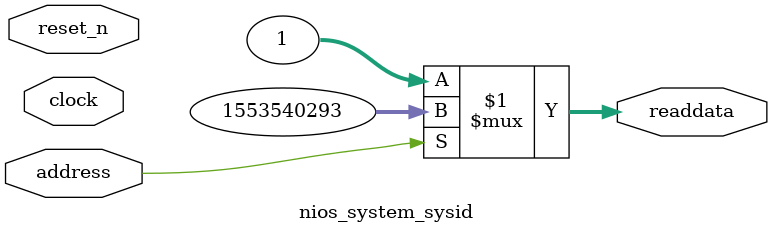
<source format=v>



// synthesis translate_off
`timescale 1ns / 1ps
// synthesis translate_on

// turn off superfluous verilog processor warnings 
// altera message_level Level1 
// altera message_off 10034 10035 10036 10037 10230 10240 10030 

module nios_system_sysid (
               // inputs:
                address,
                clock,
                reset_n,

               // outputs:
                readdata
             )
;

  output  [ 31: 0] readdata;
  input            address;
  input            clock;
  input            reset_n;

  wire    [ 31: 0] readdata;
  //control_slave, which is an e_avalon_slave
  assign readdata = address ? 1553540293 : 1;

endmodule



</source>
